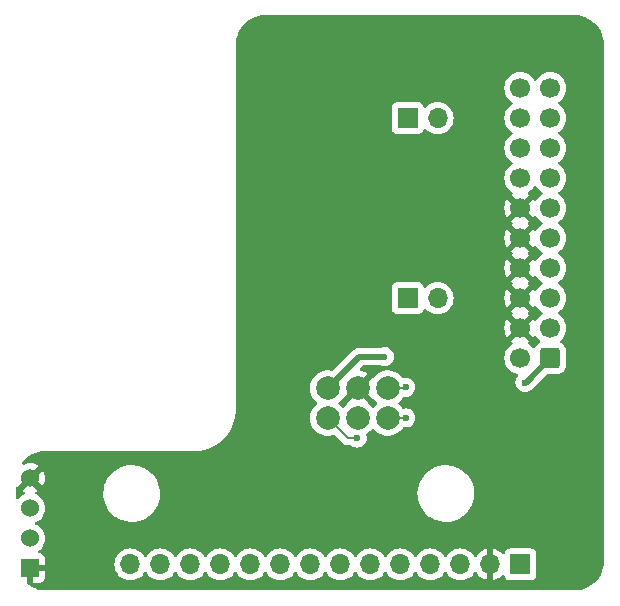
<source format=gbr>
%TF.GenerationSoftware,KiCad,Pcbnew,7.0.9*%
%TF.CreationDate,2023-12-08T14:14:16+01:00*%
%TF.ProjectId,E-paper adapter board,452d7061-7065-4722-9061-646170746572,rev?*%
%TF.SameCoordinates,Original*%
%TF.FileFunction,Copper,L2,Bot*%
%TF.FilePolarity,Positive*%
%FSLAX46Y46*%
G04 Gerber Fmt 4.6, Leading zero omitted, Abs format (unit mm)*
G04 Created by KiCad (PCBNEW 7.0.9) date 2023-12-08 14:14:16*
%MOMM*%
%LPD*%
G01*
G04 APERTURE LIST*
G04 Aperture macros list*
%AMRoundRect*
0 Rectangle with rounded corners*
0 $1 Rounding radius*
0 $2 $3 $4 $5 $6 $7 $8 $9 X,Y pos of 4 corners*
0 Add a 4 corners polygon primitive as box body*
4,1,4,$2,$3,$4,$5,$6,$7,$8,$9,$2,$3,0*
0 Add four circle primitives for the rounded corners*
1,1,$1+$1,$2,$3*
1,1,$1+$1,$4,$5*
1,1,$1+$1,$6,$7*
1,1,$1+$1,$8,$9*
0 Add four rect primitives between the rounded corners*
20,1,$1+$1,$2,$3,$4,$5,0*
20,1,$1+$1,$4,$5,$6,$7,0*
20,1,$1+$1,$6,$7,$8,$9,0*
20,1,$1+$1,$8,$9,$2,$3,0*%
G04 Aperture macros list end*
%TA.AperFunction,ComponentPad*%
%ADD10RoundRect,0.250000X0.600000X0.600000X-0.600000X0.600000X-0.600000X-0.600000X0.600000X-0.600000X0*%
%TD*%
%TA.AperFunction,ComponentPad*%
%ADD11C,1.700000*%
%TD*%
%TA.AperFunction,ComponentPad*%
%ADD12R,1.700000X1.700000*%
%TD*%
%TA.AperFunction,ComponentPad*%
%ADD13O,1.700000X1.700000*%
%TD*%
%TA.AperFunction,ComponentPad*%
%ADD14R,1.524000X1.524000*%
%TD*%
%TA.AperFunction,ComponentPad*%
%ADD15C,1.524000*%
%TD*%
%TA.AperFunction,SMDPad,CuDef*%
%ADD16C,2.000000*%
%TD*%
%TA.AperFunction,ViaPad*%
%ADD17C,0.600000*%
%TD*%
%TA.AperFunction,Conductor*%
%ADD18C,0.500000*%
%TD*%
%TA.AperFunction,Conductor*%
%ADD19C,0.200000*%
%TD*%
G04 APERTURE END LIST*
D10*
%TO.P,J3,1,Pin_1*%
%TO.N,+3V0*%
X158540000Y-129540000D03*
D11*
%TO.P,J3,2,Pin_2*%
%TO.N,unconnected-(J3-Pin_2-Pad2)*%
X156000000Y-129540000D03*
%TO.P,J3,3,Pin_3*%
%TO.N,unconnected-(J3-Pin_3-Pad3)*%
X158540000Y-127000000D03*
%TO.P,J3,4,Pin_4*%
%TO.N,GND*%
X156000000Y-127000000D03*
%TO.P,J3,5,Pin_5*%
%TO.N,/PG_UART_RXD*%
X158540000Y-124460000D03*
%TO.P,J3,6,Pin_6*%
%TO.N,GND*%
X156000000Y-124460000D03*
%TO.P,J3,7,Pin_7*%
%TO.N,/SWDIO*%
X158540000Y-121920000D03*
%TO.P,J3,8,Pin_8*%
%TO.N,GND*%
X156000000Y-121920000D03*
%TO.P,J3,9,Pin_9*%
%TO.N,/SWDCLK*%
X158540000Y-119380000D03*
%TO.P,J3,10,Pin_10*%
%TO.N,GND*%
X156000000Y-119380000D03*
%TO.P,J3,11,Pin_11*%
%TO.N,unconnected-(J3-Pin_11-Pad11)*%
X158540000Y-116840000D03*
%TO.P,J3,12,Pin_12*%
%TO.N,GND*%
X156000000Y-116840000D03*
%TO.P,J3,13,Pin_13*%
%TO.N,unconnected-(J3-Pin_13-Pad13)*%
X158540000Y-114300000D03*
%TO.P,J3,14,Pin_14*%
%TO.N,unconnected-(J3-Pin_14-Pad14)*%
X156000000Y-114300000D03*
%TO.P,J3,15,Pin_15*%
%TO.N,/NRST*%
X158540000Y-111760000D03*
%TO.P,J3,16,Pin_16*%
%TO.N,unconnected-(J3-Pin_16-Pad16)*%
X156000000Y-111760000D03*
%TO.P,J3,17,Pin_17*%
%TO.N,/PG_UART_TXD*%
X158540000Y-109220000D03*
%TO.P,J3,18,Pin_18*%
%TO.N,unconnected-(J3-Pin_18-Pad18)*%
X156000000Y-109220000D03*
%TO.P,J3,19,Pin_19*%
%TO.N,unconnected-(J3-Pin_19-Pad19)*%
X158540000Y-106680000D03*
%TO.P,J3,20,Pin_20*%
%TO.N,unconnected-(J3-Pin_20-Pad20)*%
X156000000Y-106680000D03*
%TD*%
D12*
%TO.P,JP1,1,A*%
%TO.N,/SERIAL_RX*%
X146460000Y-109220000D03*
D13*
%TO.P,JP1,2,B*%
%TO.N,/PG_UART_TXD*%
X149000000Y-109220000D03*
%TD*%
D14*
%TO.P,J4,1,GND*%
%TO.N,GND*%
X114500000Y-147320000D03*
D15*
%TO.P,J4,2,VIN*%
%TO.N,unconnected-(J4-VIN-Pad2)*%
X114500000Y-144780000D03*
%TO.P,J4,3,VOUT*%
%TO.N,+3V0*%
X114500000Y-142240000D03*
%TO.P,J4,4,GND*%
%TO.N,GND*%
X114500000Y-139700000D03*
%TD*%
D12*
%TO.P,J5,1,Pin_1*%
%TO.N,+3V0*%
X156010000Y-147000000D03*
D13*
%TO.P,J5,2,Pin_2*%
%TO.N,GND*%
X153470000Y-147000000D03*
%TO.P,J5,3,Pin_3*%
%TO.N,/SERIAL_RX*%
X150930000Y-147000000D03*
%TO.P,J5,4,Pin_4*%
%TO.N,/SERIAL_TX*%
X148390000Y-147000000D03*
%TO.P,J5,5,Pin_5*%
%TO.N,/PB5*%
X145850000Y-147000000D03*
%TO.P,J5,6,Pin_6*%
%TO.N,/PB6*%
X143310000Y-147000000D03*
%TO.P,J5,7,Pin_7*%
%TO.N,/PB7*%
X140770000Y-147000000D03*
%TO.P,J5,8,Pin_8*%
%TO.N,/PB8*%
X138230000Y-147000000D03*
%TO.P,J5,9,Pin_9*%
%TO.N,/~{CS}*%
X135690000Y-147000000D03*
%TO.P,J5,10,Pin_10*%
%TO.N,/MOSI*%
X133150000Y-147000000D03*
%TO.P,J5,11,Pin_11*%
%TO.N,/SCLK*%
X130610000Y-147000000D03*
%TO.P,J5,12,Pin_12*%
%TO.N,/BUSY*%
X128070000Y-147000000D03*
%TO.P,J5,13,Pin_13*%
%TO.N,/D{slash}~{C}*%
X125530000Y-147000000D03*
%TO.P,J5,14,Pin_14*%
%TO.N,/~{RES}*%
X122990000Y-147000000D03*
%TD*%
D12*
%TO.P,JP2,1,A*%
%TO.N,/SERIAL_TX*%
X146460000Y-124460000D03*
D13*
%TO.P,JP2,2,B*%
%TO.N,/PG_UART_RXD*%
X149000000Y-124460000D03*
%TD*%
D16*
%TO.P,J2,1,Pin_1*%
%TO.N,+3V0*%
X139700000Y-132080000D03*
%TO.P,J2,2,Pin_2*%
%TO.N,GND*%
X142240000Y-132080000D03*
%TO.P,J2,3,Pin_3*%
%TO.N,/SWDCLK*%
X144780000Y-132080000D03*
%TO.P,J2,4,Pin_4*%
%TO.N,/SWDIO*%
X144780000Y-134620000D03*
%TO.P,J2,5,Pin_5*%
%TO.N,unconnected-(J2-Pin_5-Pad5)*%
X142240000Y-134620000D03*
%TO.P,J2,6,Pin_6*%
%TO.N,/NRST*%
X139700000Y-134620000D03*
%TD*%
D17*
%TO.N,+3V0*%
X156400000Y-131600000D03*
X144500000Y-129400000D03*
%TO.N,GND*%
X142386520Y-107124832D03*
X142600000Y-105123498D03*
%TO.N,/SWDCLK*%
X146300000Y-132000000D03*
%TO.N,/SWDIO*%
X146300000Y-134600000D03*
%TO.N,/NRST*%
X142200000Y-136300000D03*
%TD*%
D18*
%TO.N,+3V0*%
X156480000Y-131600000D02*
X158540000Y-129540000D01*
X139700000Y-132080000D02*
X142380000Y-129400000D01*
X142380000Y-129400000D02*
X144500000Y-129400000D01*
X156400000Y-131600000D02*
X156480000Y-131600000D01*
%TO.N,GND*%
X114300000Y-147320000D02*
X114300000Y-147500000D01*
D19*
%TO.N,/SWDCLK*%
X144780000Y-132080000D02*
X146220000Y-132080000D01*
X146220000Y-132080000D02*
X146300000Y-132000000D01*
%TO.N,/SWDIO*%
X144780000Y-134620000D02*
X146280000Y-134620000D01*
X146280000Y-134620000D02*
X146300000Y-134600000D01*
%TO.N,/NRST*%
X141380000Y-136300000D02*
X142200000Y-136300000D01*
X139700000Y-134620000D02*
X141380000Y-136300000D01*
%TD*%
%TA.AperFunction,Conductor*%
%TO.N,GND*%
G36*
X157114925Y-127761373D02*
G01*
X157168119Y-127685405D01*
X157222696Y-127641781D01*
X157292195Y-127634588D01*
X157354549Y-127666110D01*
X157371269Y-127685405D01*
X157501505Y-127871401D01*
X157668599Y-128038495D01*
X157668604Y-128038499D01*
X157669968Y-128039643D01*
X157670407Y-128040303D01*
X157672427Y-128042323D01*
X157672021Y-128042728D01*
X157708669Y-128097815D01*
X157709776Y-128167676D01*
X157672937Y-128227046D01*
X157629267Y-128252336D01*
X157620669Y-128255184D01*
X157620663Y-128255187D01*
X157471342Y-128347289D01*
X157347289Y-128471342D01*
X157255187Y-128620663D01*
X157255183Y-128620673D01*
X157252335Y-128629268D01*
X157212560Y-128686711D01*
X157148044Y-128713531D01*
X157079268Y-128701214D01*
X157042517Y-128672233D01*
X157042324Y-128672427D01*
X157040682Y-128670785D01*
X157039642Y-128669965D01*
X157038494Y-128668597D01*
X156871402Y-128501506D01*
X156871401Y-128501505D01*
X156685405Y-128371269D01*
X156641781Y-128316692D01*
X156634588Y-128247193D01*
X156666110Y-128184839D01*
X156685405Y-128168119D01*
X156761373Y-128114925D01*
X156132533Y-127486086D01*
X156142315Y-127484680D01*
X156273100Y-127424952D01*
X156381761Y-127330798D01*
X156459493Y-127209844D01*
X156483076Y-127129524D01*
X157114925Y-127761373D01*
G37*
%TD.AperFunction*%
%TA.AperFunction,Conductor*%
G36*
X157114925Y-125221373D02*
G01*
X157168119Y-125145405D01*
X157222696Y-125101781D01*
X157292195Y-125094588D01*
X157354549Y-125126110D01*
X157371269Y-125145405D01*
X157501505Y-125331401D01*
X157501506Y-125331402D01*
X157668597Y-125498493D01*
X157668603Y-125498498D01*
X157854158Y-125628425D01*
X157897783Y-125683002D01*
X157904977Y-125752500D01*
X157873454Y-125814855D01*
X157854158Y-125831575D01*
X157668597Y-125961505D01*
X157501505Y-126128597D01*
X157371269Y-126314595D01*
X157316692Y-126358220D01*
X157247194Y-126365414D01*
X157184839Y-126333891D01*
X157168119Y-126314595D01*
X157114925Y-126238626D01*
X157114925Y-126238625D01*
X156483076Y-126870475D01*
X156459493Y-126790156D01*
X156381761Y-126669202D01*
X156273100Y-126575048D01*
X156142315Y-126515320D01*
X156132533Y-126513913D01*
X156761373Y-125885073D01*
X156684969Y-125831576D01*
X156641344Y-125776999D01*
X156634150Y-125707501D01*
X156665672Y-125645146D01*
X156684968Y-125628425D01*
X156761373Y-125574925D01*
X156132533Y-124946086D01*
X156142315Y-124944680D01*
X156273100Y-124884952D01*
X156381761Y-124790798D01*
X156459493Y-124669844D01*
X156483076Y-124589524D01*
X157114925Y-125221373D01*
G37*
%TD.AperFunction*%
%TA.AperFunction,Conductor*%
G36*
X157114925Y-122681373D02*
G01*
X157168119Y-122605405D01*
X157222696Y-122561781D01*
X157292195Y-122554588D01*
X157354549Y-122586110D01*
X157371269Y-122605405D01*
X157501505Y-122791401D01*
X157501506Y-122791402D01*
X157668597Y-122958493D01*
X157668603Y-122958498D01*
X157854158Y-123088425D01*
X157897783Y-123143002D01*
X157904977Y-123212500D01*
X157873454Y-123274855D01*
X157854158Y-123291575D01*
X157668597Y-123421505D01*
X157501505Y-123588597D01*
X157371269Y-123774595D01*
X157316692Y-123818220D01*
X157247194Y-123825414D01*
X157184839Y-123793891D01*
X157168119Y-123774595D01*
X157114925Y-123698626D01*
X157114925Y-123698625D01*
X156483076Y-124330475D01*
X156459493Y-124250156D01*
X156381761Y-124129202D01*
X156273100Y-124035048D01*
X156142315Y-123975320D01*
X156132533Y-123973913D01*
X156761373Y-123345073D01*
X156684969Y-123291576D01*
X156641344Y-123236999D01*
X156634150Y-123167501D01*
X156665672Y-123105146D01*
X156684968Y-123088425D01*
X156761373Y-123034925D01*
X156132533Y-122406086D01*
X156142315Y-122404680D01*
X156273100Y-122344952D01*
X156381761Y-122250798D01*
X156459493Y-122129844D01*
X156483076Y-122049524D01*
X157114925Y-122681373D01*
G37*
%TD.AperFunction*%
%TA.AperFunction,Conductor*%
G36*
X157114925Y-120141373D02*
G01*
X157168119Y-120065405D01*
X157222696Y-120021781D01*
X157292195Y-120014588D01*
X157354549Y-120046110D01*
X157371269Y-120065405D01*
X157501505Y-120251401D01*
X157501506Y-120251402D01*
X157668597Y-120418493D01*
X157668603Y-120418498D01*
X157854158Y-120548425D01*
X157897783Y-120603002D01*
X157904977Y-120672500D01*
X157873454Y-120734855D01*
X157854158Y-120751575D01*
X157668597Y-120881505D01*
X157501505Y-121048597D01*
X157371269Y-121234595D01*
X157316692Y-121278220D01*
X157247194Y-121285414D01*
X157184839Y-121253891D01*
X157168119Y-121234595D01*
X157114925Y-121158626D01*
X157114925Y-121158625D01*
X156483076Y-121790475D01*
X156459493Y-121710156D01*
X156381761Y-121589202D01*
X156273100Y-121495048D01*
X156142315Y-121435320D01*
X156132533Y-121433913D01*
X156761373Y-120805073D01*
X156684969Y-120751576D01*
X156641344Y-120696999D01*
X156634150Y-120627501D01*
X156665672Y-120565146D01*
X156684968Y-120548425D01*
X156761373Y-120494925D01*
X156132533Y-119866086D01*
X156142315Y-119864680D01*
X156273100Y-119804952D01*
X156381761Y-119710798D01*
X156459493Y-119589844D01*
X156483076Y-119509524D01*
X157114925Y-120141373D01*
G37*
%TD.AperFunction*%
%TA.AperFunction,Conductor*%
G36*
X157114925Y-117601373D02*
G01*
X157168119Y-117525405D01*
X157222696Y-117481781D01*
X157292195Y-117474588D01*
X157354549Y-117506110D01*
X157371269Y-117525405D01*
X157501505Y-117711401D01*
X157501506Y-117711402D01*
X157668597Y-117878493D01*
X157668603Y-117878498D01*
X157854158Y-118008425D01*
X157897783Y-118063002D01*
X157904977Y-118132500D01*
X157873454Y-118194855D01*
X157854158Y-118211575D01*
X157668597Y-118341505D01*
X157501505Y-118508597D01*
X157371269Y-118694595D01*
X157316692Y-118738220D01*
X157247194Y-118745414D01*
X157184839Y-118713891D01*
X157168119Y-118694595D01*
X157114925Y-118618626D01*
X157114925Y-118618625D01*
X156483076Y-119250475D01*
X156459493Y-119170156D01*
X156381761Y-119049202D01*
X156273100Y-118955048D01*
X156142315Y-118895320D01*
X156132533Y-118893913D01*
X156761373Y-118265073D01*
X156684969Y-118211576D01*
X156641344Y-118156999D01*
X156634150Y-118087501D01*
X156665672Y-118025146D01*
X156684968Y-118008425D01*
X156761373Y-117954925D01*
X156132533Y-117326086D01*
X156142315Y-117324680D01*
X156273100Y-117264952D01*
X156381761Y-117170798D01*
X156459493Y-117049844D01*
X156483076Y-116969524D01*
X157114925Y-117601373D01*
G37*
%TD.AperFunction*%
%TA.AperFunction,Conductor*%
G36*
X157354855Y-114966546D02*
G01*
X157371575Y-114985842D01*
X157501501Y-115171396D01*
X157501506Y-115171402D01*
X157668597Y-115338493D01*
X157668603Y-115338498D01*
X157854158Y-115468425D01*
X157897783Y-115523002D01*
X157904977Y-115592500D01*
X157873454Y-115654855D01*
X157854158Y-115671575D01*
X157668597Y-115801505D01*
X157501505Y-115968597D01*
X157371269Y-116154595D01*
X157316692Y-116198220D01*
X157247194Y-116205414D01*
X157184839Y-116173891D01*
X157168119Y-116154595D01*
X157114925Y-116078626D01*
X157114925Y-116078625D01*
X156483076Y-116710475D01*
X156459493Y-116630156D01*
X156381761Y-116509202D01*
X156273100Y-116415048D01*
X156142315Y-116355320D01*
X156132533Y-116353913D01*
X156761373Y-115725073D01*
X156761373Y-115725072D01*
X156685405Y-115671880D01*
X156641780Y-115617304D01*
X156634586Y-115547805D01*
X156666108Y-115485451D01*
X156685399Y-115468734D01*
X156871401Y-115338495D01*
X157038495Y-115171401D01*
X157168425Y-114985842D01*
X157223002Y-114942217D01*
X157292500Y-114935023D01*
X157354855Y-114966546D01*
G37*
%TD.AperFunction*%
%TA.AperFunction,Conductor*%
G36*
X160601866Y-100500613D02*
G01*
X160681342Y-100505420D01*
X160897539Y-100518497D01*
X160904973Y-100519401D01*
X161194483Y-100572456D01*
X161201753Y-100574247D01*
X161482764Y-100661814D01*
X161489751Y-100664465D01*
X161643864Y-100733825D01*
X161758158Y-100785265D01*
X161764788Y-100788745D01*
X162016665Y-100941010D01*
X162022821Y-100945257D01*
X162254523Y-101126784D01*
X162260123Y-101131745D01*
X162468253Y-101339875D01*
X162473214Y-101345475D01*
X162654739Y-101577175D01*
X162658989Y-101583334D01*
X162811254Y-101835211D01*
X162814737Y-101841846D01*
X162935534Y-102110248D01*
X162938188Y-102117244D01*
X162947904Y-102148422D01*
X163025750Y-102398240D01*
X163027543Y-102405516D01*
X163080598Y-102695026D01*
X163081502Y-102702465D01*
X163099387Y-102998132D01*
X163099500Y-103001877D01*
X163099500Y-146698122D01*
X163099387Y-146701867D01*
X163081502Y-146997534D01*
X163080598Y-147004973D01*
X163027543Y-147294483D01*
X163025750Y-147301759D01*
X162938192Y-147582745D01*
X162935534Y-147589751D01*
X162814737Y-147858153D01*
X162811254Y-147864788D01*
X162658989Y-148116665D01*
X162654733Y-148122832D01*
X162649240Y-148129844D01*
X162473215Y-148354523D01*
X162468246Y-148360132D01*
X162260132Y-148568246D01*
X162254523Y-148573215D01*
X162022833Y-148754733D01*
X162016665Y-148758989D01*
X161764788Y-148911254D01*
X161758153Y-148914737D01*
X161489751Y-149035534D01*
X161482749Y-149038190D01*
X161389363Y-149067290D01*
X161201759Y-149125750D01*
X161194483Y-149127543D01*
X160904973Y-149180598D01*
X160897534Y-149181502D01*
X160601867Y-149199387D01*
X160598122Y-149199500D01*
X115801878Y-149199500D01*
X115798133Y-149199387D01*
X115502465Y-149181502D01*
X115495026Y-149180598D01*
X115205516Y-149127543D01*
X115198240Y-149125750D01*
X115104858Y-149096651D01*
X114917244Y-149038188D01*
X114910248Y-149035534D01*
X114641846Y-148914737D01*
X114635211Y-148911254D01*
X114383334Y-148758989D01*
X114377166Y-148754732D01*
X114297527Y-148692339D01*
X114256894Y-148635499D01*
X114250000Y-148594728D01*
X114250000Y-147608220D01*
X114316157Y-147659713D01*
X114436422Y-147701000D01*
X114531569Y-147701000D01*
X114625421Y-147685339D01*
X114737251Y-147624820D01*
X114750000Y-147610970D01*
X114750000Y-148582000D01*
X115309828Y-148582000D01*
X115309844Y-148581999D01*
X115369372Y-148575598D01*
X115369379Y-148575596D01*
X115504086Y-148525354D01*
X115504093Y-148525350D01*
X115619187Y-148439190D01*
X115619190Y-148439187D01*
X115705350Y-148324093D01*
X115705354Y-148324086D01*
X115755596Y-148189379D01*
X115755598Y-148189372D01*
X115761999Y-148129844D01*
X115762000Y-148129827D01*
X115762000Y-147570000D01*
X114787717Y-147570000D01*
X114823371Y-147531269D01*
X114874448Y-147414823D01*
X114884949Y-147288102D01*
X114853734Y-147164838D01*
X114791773Y-147070000D01*
X115762000Y-147070000D01*
X115762000Y-147000000D01*
X121634341Y-147000000D01*
X121654936Y-147235403D01*
X121654938Y-147235413D01*
X121716094Y-147463655D01*
X121716096Y-147463659D01*
X121716097Y-147463663D01*
X121796004Y-147635023D01*
X121815965Y-147677830D01*
X121815967Y-147677834D01*
X121924281Y-147832521D01*
X121951505Y-147871401D01*
X122118599Y-148038495D01*
X122215384Y-148106265D01*
X122312165Y-148174032D01*
X122312167Y-148174033D01*
X122312170Y-148174035D01*
X122526337Y-148273903D01*
X122754592Y-148335063D01*
X122931034Y-148350500D01*
X122989999Y-148355659D01*
X122990000Y-148355659D01*
X122990001Y-148355659D01*
X123048966Y-148350500D01*
X123225408Y-148335063D01*
X123453663Y-148273903D01*
X123667830Y-148174035D01*
X123861401Y-148038495D01*
X124028495Y-147871401D01*
X124158425Y-147685842D01*
X124213002Y-147642217D01*
X124282500Y-147635023D01*
X124344855Y-147666546D01*
X124361575Y-147685842D01*
X124491500Y-147871395D01*
X124491505Y-147871401D01*
X124658599Y-148038495D01*
X124755384Y-148106265D01*
X124852165Y-148174032D01*
X124852167Y-148174033D01*
X124852170Y-148174035D01*
X125066337Y-148273903D01*
X125294592Y-148335063D01*
X125471034Y-148350500D01*
X125529999Y-148355659D01*
X125530000Y-148355659D01*
X125530001Y-148355659D01*
X125588966Y-148350500D01*
X125765408Y-148335063D01*
X125993663Y-148273903D01*
X126207830Y-148174035D01*
X126401401Y-148038495D01*
X126568495Y-147871401D01*
X126698425Y-147685842D01*
X126753002Y-147642217D01*
X126822500Y-147635023D01*
X126884855Y-147666546D01*
X126901575Y-147685842D01*
X127031500Y-147871395D01*
X127031505Y-147871401D01*
X127198599Y-148038495D01*
X127295384Y-148106265D01*
X127392165Y-148174032D01*
X127392167Y-148174033D01*
X127392170Y-148174035D01*
X127606337Y-148273903D01*
X127834592Y-148335063D01*
X128011034Y-148350500D01*
X128069999Y-148355659D01*
X128070000Y-148355659D01*
X128070001Y-148355659D01*
X128128966Y-148350500D01*
X128305408Y-148335063D01*
X128533663Y-148273903D01*
X128747830Y-148174035D01*
X128941401Y-148038495D01*
X129108495Y-147871401D01*
X129238425Y-147685842D01*
X129293002Y-147642217D01*
X129362500Y-147635023D01*
X129424855Y-147666546D01*
X129441575Y-147685842D01*
X129571500Y-147871395D01*
X129571505Y-147871401D01*
X129738599Y-148038495D01*
X129835384Y-148106265D01*
X129932165Y-148174032D01*
X129932167Y-148174033D01*
X129932170Y-148174035D01*
X130146337Y-148273903D01*
X130374592Y-148335063D01*
X130551034Y-148350500D01*
X130609999Y-148355659D01*
X130610000Y-148355659D01*
X130610001Y-148355659D01*
X130668966Y-148350500D01*
X130845408Y-148335063D01*
X131073663Y-148273903D01*
X131287830Y-148174035D01*
X131481401Y-148038495D01*
X131648495Y-147871401D01*
X131778425Y-147685842D01*
X131833002Y-147642217D01*
X131902500Y-147635023D01*
X131964855Y-147666546D01*
X131981575Y-147685842D01*
X132111500Y-147871395D01*
X132111505Y-147871401D01*
X132278599Y-148038495D01*
X132375384Y-148106265D01*
X132472165Y-148174032D01*
X132472167Y-148174033D01*
X132472170Y-148174035D01*
X132686337Y-148273903D01*
X132914592Y-148335063D01*
X133091034Y-148350500D01*
X133149999Y-148355659D01*
X133150000Y-148355659D01*
X133150001Y-148355659D01*
X133208966Y-148350500D01*
X133385408Y-148335063D01*
X133613663Y-148273903D01*
X133827830Y-148174035D01*
X134021401Y-148038495D01*
X134188495Y-147871401D01*
X134318425Y-147685842D01*
X134373002Y-147642217D01*
X134442500Y-147635023D01*
X134504855Y-147666546D01*
X134521575Y-147685842D01*
X134651500Y-147871395D01*
X134651505Y-147871401D01*
X134818599Y-148038495D01*
X134915384Y-148106265D01*
X135012165Y-148174032D01*
X135012167Y-148174033D01*
X135012170Y-148174035D01*
X135226337Y-148273903D01*
X135454592Y-148335063D01*
X135631034Y-148350500D01*
X135689999Y-148355659D01*
X135690000Y-148355659D01*
X135690001Y-148355659D01*
X135748966Y-148350500D01*
X135925408Y-148335063D01*
X136153663Y-148273903D01*
X136367830Y-148174035D01*
X136561401Y-148038495D01*
X136728495Y-147871401D01*
X136858425Y-147685842D01*
X136913002Y-147642217D01*
X136982500Y-147635023D01*
X137044855Y-147666546D01*
X137061575Y-147685842D01*
X137191500Y-147871395D01*
X137191505Y-147871401D01*
X137358599Y-148038495D01*
X137455384Y-148106265D01*
X137552165Y-148174032D01*
X137552167Y-148174033D01*
X137552170Y-148174035D01*
X137766337Y-148273903D01*
X137994592Y-148335063D01*
X138171034Y-148350500D01*
X138229999Y-148355659D01*
X138230000Y-148355659D01*
X138230001Y-148355659D01*
X138288966Y-148350500D01*
X138465408Y-148335063D01*
X138693663Y-148273903D01*
X138907830Y-148174035D01*
X139101401Y-148038495D01*
X139268495Y-147871401D01*
X139398425Y-147685842D01*
X139453002Y-147642217D01*
X139522500Y-147635023D01*
X139584855Y-147666546D01*
X139601575Y-147685842D01*
X139731500Y-147871395D01*
X139731505Y-147871401D01*
X139898599Y-148038495D01*
X139995384Y-148106265D01*
X140092165Y-148174032D01*
X140092167Y-148174033D01*
X140092170Y-148174035D01*
X140306337Y-148273903D01*
X140534592Y-148335063D01*
X140711034Y-148350500D01*
X140769999Y-148355659D01*
X140770000Y-148355659D01*
X140770001Y-148355659D01*
X140828966Y-148350500D01*
X141005408Y-148335063D01*
X141233663Y-148273903D01*
X141447830Y-148174035D01*
X141641401Y-148038495D01*
X141808495Y-147871401D01*
X141938425Y-147685842D01*
X141993002Y-147642217D01*
X142062500Y-147635023D01*
X142124855Y-147666546D01*
X142141575Y-147685842D01*
X142271500Y-147871395D01*
X142271505Y-147871401D01*
X142438599Y-148038495D01*
X142535384Y-148106265D01*
X142632165Y-148174032D01*
X142632167Y-148174033D01*
X142632170Y-148174035D01*
X142846337Y-148273903D01*
X143074592Y-148335063D01*
X143251034Y-148350500D01*
X143309999Y-148355659D01*
X143310000Y-148355659D01*
X143310001Y-148355659D01*
X143368966Y-148350500D01*
X143545408Y-148335063D01*
X143773663Y-148273903D01*
X143987830Y-148174035D01*
X144181401Y-148038495D01*
X144348495Y-147871401D01*
X144478425Y-147685842D01*
X144533002Y-147642217D01*
X144602500Y-147635023D01*
X144664855Y-147666546D01*
X144681575Y-147685842D01*
X144811500Y-147871395D01*
X144811505Y-147871401D01*
X144978599Y-148038495D01*
X145075384Y-148106265D01*
X145172165Y-148174032D01*
X145172167Y-148174033D01*
X145172170Y-148174035D01*
X145386337Y-148273903D01*
X145614592Y-148335063D01*
X145791034Y-148350500D01*
X145849999Y-148355659D01*
X145850000Y-148355659D01*
X145850001Y-148355659D01*
X145908966Y-148350500D01*
X146085408Y-148335063D01*
X146313663Y-148273903D01*
X146527830Y-148174035D01*
X146721401Y-148038495D01*
X146888495Y-147871401D01*
X147018425Y-147685842D01*
X147073002Y-147642217D01*
X147142500Y-147635023D01*
X147204855Y-147666546D01*
X147221575Y-147685842D01*
X147351500Y-147871395D01*
X147351505Y-147871401D01*
X147518599Y-148038495D01*
X147615384Y-148106265D01*
X147712165Y-148174032D01*
X147712167Y-148174033D01*
X147712170Y-148174035D01*
X147926337Y-148273903D01*
X148154592Y-148335063D01*
X148331034Y-148350500D01*
X148389999Y-148355659D01*
X148390000Y-148355659D01*
X148390001Y-148355659D01*
X148448966Y-148350500D01*
X148625408Y-148335063D01*
X148853663Y-148273903D01*
X149067830Y-148174035D01*
X149261401Y-148038495D01*
X149428495Y-147871401D01*
X149558425Y-147685842D01*
X149613002Y-147642217D01*
X149682500Y-147635023D01*
X149744855Y-147666546D01*
X149761575Y-147685842D01*
X149891500Y-147871395D01*
X149891505Y-147871401D01*
X150058599Y-148038495D01*
X150155384Y-148106265D01*
X150252165Y-148174032D01*
X150252167Y-148174033D01*
X150252170Y-148174035D01*
X150466337Y-148273903D01*
X150694592Y-148335063D01*
X150871034Y-148350500D01*
X150929999Y-148355659D01*
X150930000Y-148355659D01*
X150930001Y-148355659D01*
X150988966Y-148350500D01*
X151165408Y-148335063D01*
X151393663Y-148273903D01*
X151607830Y-148174035D01*
X151801401Y-148038495D01*
X151968495Y-147871401D01*
X152098730Y-147685405D01*
X152153307Y-147641781D01*
X152222805Y-147634587D01*
X152285160Y-147666110D01*
X152301879Y-147685405D01*
X152431890Y-147871078D01*
X152598917Y-148038105D01*
X152792421Y-148173600D01*
X153006507Y-148273429D01*
X153006516Y-148273433D01*
X153220000Y-148330634D01*
X153220000Y-147435501D01*
X153327685Y-147484680D01*
X153434237Y-147500000D01*
X153505763Y-147500000D01*
X153612315Y-147484680D01*
X153720000Y-147435501D01*
X153720000Y-148330633D01*
X153933483Y-148273433D01*
X153933492Y-148273429D01*
X154147578Y-148173600D01*
X154341078Y-148038108D01*
X154463133Y-147916053D01*
X154524456Y-147882568D01*
X154594148Y-147887552D01*
X154650082Y-147929423D01*
X154666997Y-147960401D01*
X154716202Y-148092328D01*
X154716206Y-148092335D01*
X154802452Y-148207544D01*
X154802455Y-148207547D01*
X154917664Y-148293793D01*
X154917671Y-148293797D01*
X155052517Y-148344091D01*
X155052516Y-148344091D01*
X155059444Y-148344835D01*
X155112127Y-148350500D01*
X156907872Y-148350499D01*
X156967483Y-148344091D01*
X157102331Y-148293796D01*
X157217546Y-148207546D01*
X157303796Y-148092331D01*
X157354091Y-147957483D01*
X157360500Y-147897873D01*
X157360499Y-146102128D01*
X157354091Y-146042517D01*
X157353002Y-146039598D01*
X157303797Y-145907671D01*
X157303793Y-145907664D01*
X157217547Y-145792455D01*
X157217544Y-145792452D01*
X157102335Y-145706206D01*
X157102328Y-145706202D01*
X156967482Y-145655908D01*
X156967483Y-145655908D01*
X156907883Y-145649501D01*
X156907881Y-145649500D01*
X156907873Y-145649500D01*
X156907864Y-145649500D01*
X155112129Y-145649500D01*
X155112123Y-145649501D01*
X155052516Y-145655908D01*
X154917671Y-145706202D01*
X154917664Y-145706206D01*
X154802455Y-145792452D01*
X154802452Y-145792455D01*
X154716206Y-145907664D01*
X154716202Y-145907671D01*
X154666997Y-146039598D01*
X154625126Y-146095532D01*
X154559661Y-146119949D01*
X154491388Y-146105097D01*
X154463134Y-146083946D01*
X154341082Y-145961894D01*
X154147578Y-145826399D01*
X153933492Y-145726570D01*
X153933486Y-145726567D01*
X153720000Y-145669364D01*
X153720000Y-146564498D01*
X153612315Y-146515320D01*
X153505763Y-146500000D01*
X153434237Y-146500000D01*
X153327685Y-146515320D01*
X153220000Y-146564498D01*
X153220000Y-145669364D01*
X153219999Y-145669364D01*
X153006513Y-145726567D01*
X153006507Y-145726570D01*
X152792422Y-145826399D01*
X152792420Y-145826400D01*
X152598926Y-145961886D01*
X152598920Y-145961891D01*
X152431891Y-146128920D01*
X152431890Y-146128922D01*
X152301880Y-146314595D01*
X152247303Y-146358219D01*
X152177804Y-146365412D01*
X152115450Y-146333890D01*
X152098730Y-146314594D01*
X151968494Y-146128597D01*
X151801402Y-145961506D01*
X151801395Y-145961501D01*
X151607834Y-145825967D01*
X151607830Y-145825965D01*
X151607828Y-145825964D01*
X151393663Y-145726097D01*
X151393659Y-145726096D01*
X151393655Y-145726094D01*
X151165413Y-145664938D01*
X151165403Y-145664936D01*
X150930001Y-145644341D01*
X150929999Y-145644341D01*
X150694596Y-145664936D01*
X150694586Y-145664938D01*
X150466344Y-145726094D01*
X150466335Y-145726098D01*
X150252171Y-145825964D01*
X150252169Y-145825965D01*
X150058597Y-145961505D01*
X149891505Y-146128597D01*
X149761575Y-146314158D01*
X149706998Y-146357783D01*
X149637500Y-146364977D01*
X149575145Y-146333454D01*
X149558425Y-146314158D01*
X149428494Y-146128597D01*
X149261402Y-145961506D01*
X149261395Y-145961501D01*
X149067834Y-145825967D01*
X149067830Y-145825965D01*
X149067828Y-145825964D01*
X148853663Y-145726097D01*
X148853659Y-145726096D01*
X148853655Y-145726094D01*
X148625413Y-145664938D01*
X148625403Y-145664936D01*
X148390001Y-145644341D01*
X148389999Y-145644341D01*
X148154596Y-145664936D01*
X148154586Y-145664938D01*
X147926344Y-145726094D01*
X147926335Y-145726098D01*
X147712171Y-145825964D01*
X147712169Y-145825965D01*
X147518597Y-145961505D01*
X147351505Y-146128597D01*
X147221575Y-146314158D01*
X147166998Y-146357783D01*
X147097500Y-146364977D01*
X147035145Y-146333454D01*
X147018425Y-146314158D01*
X146888494Y-146128597D01*
X146721402Y-145961506D01*
X146721395Y-145961501D01*
X146527834Y-145825967D01*
X146527830Y-145825965D01*
X146527828Y-145825964D01*
X146313663Y-145726097D01*
X146313659Y-145726096D01*
X146313655Y-145726094D01*
X146085413Y-145664938D01*
X146085403Y-145664936D01*
X145850001Y-145644341D01*
X145849999Y-145644341D01*
X145614596Y-145664936D01*
X145614586Y-145664938D01*
X145386344Y-145726094D01*
X145386335Y-145726098D01*
X145172171Y-145825964D01*
X145172169Y-145825965D01*
X144978597Y-145961505D01*
X144811505Y-146128597D01*
X144681575Y-146314158D01*
X144626998Y-146357783D01*
X144557500Y-146364977D01*
X144495145Y-146333454D01*
X144478425Y-146314158D01*
X144348494Y-146128597D01*
X144181402Y-145961506D01*
X144181395Y-145961501D01*
X143987834Y-145825967D01*
X143987830Y-145825965D01*
X143987828Y-145825964D01*
X143773663Y-145726097D01*
X143773659Y-145726096D01*
X143773655Y-145726094D01*
X143545413Y-145664938D01*
X143545403Y-145664936D01*
X143310001Y-145644341D01*
X143309999Y-145644341D01*
X143074596Y-145664936D01*
X143074586Y-145664938D01*
X142846344Y-145726094D01*
X142846335Y-145726098D01*
X142632171Y-145825964D01*
X142632169Y-145825965D01*
X142438597Y-145961505D01*
X142271505Y-146128597D01*
X142141575Y-146314158D01*
X142086998Y-146357783D01*
X142017500Y-146364977D01*
X141955145Y-146333454D01*
X141938425Y-146314158D01*
X141808494Y-146128597D01*
X141641402Y-145961506D01*
X141641395Y-145961501D01*
X141447834Y-145825967D01*
X141447830Y-145825965D01*
X141447828Y-145825964D01*
X141233663Y-145726097D01*
X141233659Y-145726096D01*
X141233655Y-145726094D01*
X141005413Y-145664938D01*
X141005403Y-145664936D01*
X140770001Y-145644341D01*
X140769999Y-145644341D01*
X140534596Y-145664936D01*
X140534586Y-145664938D01*
X140306344Y-145726094D01*
X140306335Y-145726098D01*
X140092171Y-145825964D01*
X140092169Y-145825965D01*
X139898597Y-145961505D01*
X139731505Y-146128597D01*
X139601575Y-146314158D01*
X139546998Y-146357783D01*
X139477500Y-146364977D01*
X139415145Y-146333454D01*
X139398425Y-146314158D01*
X139268494Y-146128597D01*
X139101402Y-145961506D01*
X139101395Y-145961501D01*
X138907834Y-145825967D01*
X138907830Y-145825965D01*
X138907828Y-145825964D01*
X138693663Y-145726097D01*
X138693659Y-145726096D01*
X138693655Y-145726094D01*
X138465413Y-145664938D01*
X138465403Y-145664936D01*
X138230001Y-145644341D01*
X138229999Y-145644341D01*
X137994596Y-145664936D01*
X137994586Y-145664938D01*
X137766344Y-145726094D01*
X137766335Y-145726098D01*
X137552171Y-145825964D01*
X137552169Y-145825965D01*
X137358597Y-145961505D01*
X137191505Y-146128597D01*
X137061575Y-146314158D01*
X137006998Y-146357783D01*
X136937500Y-146364977D01*
X136875145Y-146333454D01*
X136858425Y-146314158D01*
X136728494Y-146128597D01*
X136561402Y-145961506D01*
X136561395Y-145961501D01*
X136367834Y-145825967D01*
X136367830Y-145825965D01*
X136367828Y-145825964D01*
X136153663Y-145726097D01*
X136153659Y-145726096D01*
X136153655Y-145726094D01*
X135925413Y-145664938D01*
X135925403Y-145664936D01*
X135690001Y-145644341D01*
X135689999Y-145644341D01*
X135454596Y-145664936D01*
X135454586Y-145664938D01*
X135226344Y-145726094D01*
X135226335Y-145726098D01*
X135012171Y-145825964D01*
X135012169Y-145825965D01*
X134818597Y-145961505D01*
X134651505Y-146128597D01*
X134521575Y-146314158D01*
X134466998Y-146357783D01*
X134397500Y-146364977D01*
X134335145Y-146333454D01*
X134318425Y-146314158D01*
X134188494Y-146128597D01*
X134021402Y-145961506D01*
X134021395Y-145961501D01*
X133827834Y-145825967D01*
X133827830Y-145825965D01*
X133827828Y-145825964D01*
X133613663Y-145726097D01*
X133613659Y-145726096D01*
X133613655Y-145726094D01*
X133385413Y-145664938D01*
X133385403Y-145664936D01*
X133150001Y-145644341D01*
X133149999Y-145644341D01*
X132914596Y-145664936D01*
X132914586Y-145664938D01*
X132686344Y-145726094D01*
X132686335Y-145726098D01*
X132472171Y-145825964D01*
X132472169Y-145825965D01*
X132278597Y-145961505D01*
X132111505Y-146128597D01*
X131981575Y-146314158D01*
X131926998Y-146357783D01*
X131857500Y-146364977D01*
X131795145Y-146333454D01*
X131778425Y-146314158D01*
X131648494Y-146128597D01*
X131481402Y-145961506D01*
X131481395Y-145961501D01*
X131287834Y-145825967D01*
X131287830Y-145825965D01*
X131287828Y-145825964D01*
X131073663Y-145726097D01*
X131073659Y-145726096D01*
X131073655Y-145726094D01*
X130845413Y-145664938D01*
X130845403Y-145664936D01*
X130610001Y-145644341D01*
X130609999Y-145644341D01*
X130374596Y-145664936D01*
X130374586Y-145664938D01*
X130146344Y-145726094D01*
X130146335Y-145726098D01*
X129932171Y-145825964D01*
X129932169Y-145825965D01*
X129738597Y-145961505D01*
X129571505Y-146128597D01*
X129441575Y-146314158D01*
X129386998Y-146357783D01*
X129317500Y-146364977D01*
X129255145Y-146333454D01*
X129238425Y-146314158D01*
X129108494Y-146128597D01*
X128941402Y-145961506D01*
X128941395Y-145961501D01*
X128747834Y-145825967D01*
X128747830Y-145825965D01*
X128747828Y-145825964D01*
X128533663Y-145726097D01*
X128533659Y-145726096D01*
X128533655Y-145726094D01*
X128305413Y-145664938D01*
X128305403Y-145664936D01*
X128070001Y-145644341D01*
X128069999Y-145644341D01*
X127834596Y-145664936D01*
X127834586Y-145664938D01*
X127606344Y-145726094D01*
X127606335Y-145726098D01*
X127392171Y-145825964D01*
X127392169Y-145825965D01*
X127198597Y-145961505D01*
X127031505Y-146128597D01*
X126901575Y-146314158D01*
X126846998Y-146357783D01*
X126777500Y-146364977D01*
X126715145Y-146333454D01*
X126698425Y-146314158D01*
X126568494Y-146128597D01*
X126401402Y-145961506D01*
X126401395Y-145961501D01*
X126207834Y-145825967D01*
X126207830Y-145825965D01*
X126207828Y-145825964D01*
X125993663Y-145726097D01*
X125993659Y-145726096D01*
X125993655Y-145726094D01*
X125765413Y-145664938D01*
X125765403Y-145664936D01*
X125530001Y-145644341D01*
X125529999Y-145644341D01*
X125294596Y-145664936D01*
X125294586Y-145664938D01*
X125066344Y-145726094D01*
X125066335Y-145726098D01*
X124852171Y-145825964D01*
X124852169Y-145825965D01*
X124658597Y-145961505D01*
X124491505Y-146128597D01*
X124361575Y-146314158D01*
X124306998Y-146357783D01*
X124237500Y-146364977D01*
X124175145Y-146333454D01*
X124158425Y-146314158D01*
X124028494Y-146128597D01*
X123861402Y-145961506D01*
X123861395Y-145961501D01*
X123667834Y-145825967D01*
X123667830Y-145825965D01*
X123667828Y-145825964D01*
X123453663Y-145726097D01*
X123453659Y-145726096D01*
X123453655Y-145726094D01*
X123225413Y-145664938D01*
X123225403Y-145664936D01*
X122990001Y-145644341D01*
X122989999Y-145644341D01*
X122754596Y-145664936D01*
X122754586Y-145664938D01*
X122526344Y-145726094D01*
X122526335Y-145726098D01*
X122312171Y-145825964D01*
X122312169Y-145825965D01*
X122118597Y-145961505D01*
X121951505Y-146128597D01*
X121815965Y-146322169D01*
X121815964Y-146322171D01*
X121716098Y-146536335D01*
X121716094Y-146536344D01*
X121654938Y-146764586D01*
X121654936Y-146764596D01*
X121634341Y-146999999D01*
X121634341Y-147000000D01*
X115762000Y-147000000D01*
X115762000Y-146510172D01*
X115761999Y-146510155D01*
X115755598Y-146450627D01*
X115755596Y-146450620D01*
X115705354Y-146315913D01*
X115705350Y-146315906D01*
X115619190Y-146200812D01*
X115619187Y-146200809D01*
X115504093Y-146114649D01*
X115504086Y-146114645D01*
X115369379Y-146064403D01*
X115369372Y-146064401D01*
X115309844Y-146058000D01*
X115269208Y-146058000D01*
X115202169Y-146038315D01*
X115156414Y-145985511D01*
X115146470Y-145916353D01*
X115175495Y-145852797D01*
X115198085Y-145832425D01*
X115255172Y-145792452D01*
X115314620Y-145750826D01*
X115470826Y-145594620D01*
X115597534Y-145413662D01*
X115690894Y-145213450D01*
X115748070Y-145000068D01*
X115767323Y-144780000D01*
X115748070Y-144559932D01*
X115690894Y-144346550D01*
X115597534Y-144146339D01*
X115509507Y-144020623D01*
X115470827Y-143965381D01*
X115404128Y-143898682D01*
X115314620Y-143809174D01*
X115314616Y-143809171D01*
X115314615Y-143809170D01*
X115133666Y-143682468D01*
X115133658Y-143682464D01*
X115004811Y-143622382D01*
X114952371Y-143576210D01*
X114933219Y-143509017D01*
X114953435Y-143442135D01*
X115004811Y-143397618D01*
X115030384Y-143385693D01*
X115133662Y-143337534D01*
X115314620Y-143210826D01*
X115470826Y-143054620D01*
X115597534Y-142873662D01*
X115690894Y-142673450D01*
X115748070Y-142460068D01*
X115767323Y-142240000D01*
X115748070Y-142019932D01*
X115690894Y-141806550D01*
X115597534Y-141606339D01*
X115509507Y-141480623D01*
X115470827Y-141425381D01*
X115404128Y-141358682D01*
X115314620Y-141269174D01*
X115314616Y-141269171D01*
X115314615Y-141269170D01*
X115133666Y-141142468D01*
X115133658Y-141142464D01*
X115004219Y-141082106D01*
X114951779Y-141035934D01*
X114932627Y-140968741D01*
X114946482Y-140922903D01*
X120695793Y-140922903D01*
X120705672Y-141230970D01*
X120705672Y-141230975D01*
X120705673Y-141230978D01*
X120754867Y-141535261D01*
X120799137Y-141684419D01*
X120842571Y-141830763D01*
X120967333Y-142112601D01*
X120967337Y-142112609D01*
X121127123Y-142376193D01*
X121127127Y-142376198D01*
X121127133Y-142376207D01*
X121319297Y-142617174D01*
X121319299Y-142617176D01*
X121319303Y-142617180D01*
X121319304Y-142617181D01*
X121540724Y-142831614D01*
X121707862Y-142956352D01*
X121787741Y-143015968D01*
X121787743Y-143015969D01*
X121787747Y-143015972D01*
X122056318Y-143167228D01*
X122197057Y-143224207D01*
X122342018Y-143282897D01*
X122342023Y-143282898D01*
X122342025Y-143282899D01*
X122640179Y-143361084D01*
X122945883Y-143400500D01*
X122945890Y-143400500D01*
X123176980Y-143400500D01*
X123275814Y-143394154D01*
X123407601Y-143385693D01*
X123710151Y-143326772D01*
X124002683Y-143229644D01*
X124002689Y-143229640D01*
X124002693Y-143229640D01*
X124227628Y-143121317D01*
X124280393Y-143095907D01*
X124538720Y-142927754D01*
X124773424Y-142727948D01*
X124980650Y-142499769D01*
X125156996Y-142246963D01*
X125299567Y-141973683D01*
X125406020Y-141684415D01*
X125474609Y-141383908D01*
X125504206Y-141077098D01*
X125499261Y-140922903D01*
X147295793Y-140922903D01*
X147305672Y-141230970D01*
X147305672Y-141230975D01*
X147305673Y-141230978D01*
X147354867Y-141535261D01*
X147399137Y-141684419D01*
X147442571Y-141830763D01*
X147567333Y-142112601D01*
X147567337Y-142112609D01*
X147727123Y-142376193D01*
X147727127Y-142376198D01*
X147727133Y-142376207D01*
X147919297Y-142617174D01*
X147919299Y-142617176D01*
X147919303Y-142617180D01*
X147919304Y-142617181D01*
X148140724Y-142831614D01*
X148307862Y-142956352D01*
X148387741Y-143015968D01*
X148387743Y-143015969D01*
X148387747Y-143015972D01*
X148656318Y-143167228D01*
X148797057Y-143224207D01*
X148942018Y-143282897D01*
X148942023Y-143282898D01*
X148942025Y-143282899D01*
X149240179Y-143361084D01*
X149545883Y-143400500D01*
X149545890Y-143400500D01*
X149776980Y-143400500D01*
X149875814Y-143394154D01*
X150007601Y-143385693D01*
X150310151Y-143326772D01*
X150602683Y-143229644D01*
X150602689Y-143229640D01*
X150602693Y-143229640D01*
X150827628Y-143121317D01*
X150880393Y-143095907D01*
X151138720Y-142927754D01*
X151373424Y-142727948D01*
X151580650Y-142499769D01*
X151756996Y-142246963D01*
X151899567Y-141973683D01*
X152006020Y-141684415D01*
X152074609Y-141383908D01*
X152104206Y-141077098D01*
X152094327Y-140769022D01*
X152045133Y-140464739D01*
X151957431Y-140169244D01*
X151957429Y-140169239D01*
X151957428Y-140169236D01*
X151832666Y-139887398D01*
X151832663Y-139887391D01*
X151672877Y-139623807D01*
X151672870Y-139623799D01*
X151672866Y-139623792D01*
X151480702Y-139382825D01*
X151480700Y-139382823D01*
X151414797Y-139319000D01*
X151259276Y-139168386D01*
X151098535Y-139048422D01*
X151012258Y-138984031D01*
X151012253Y-138984028D01*
X150743682Y-138832772D01*
X150706383Y-138817671D01*
X150457981Y-138717102D01*
X150290660Y-138673226D01*
X150159821Y-138638916D01*
X149854117Y-138599500D01*
X149623026Y-138599500D01*
X149623020Y-138599500D01*
X149392406Y-138614306D01*
X149392389Y-138614308D01*
X149089854Y-138673226D01*
X149089849Y-138673228D01*
X148797310Y-138770358D01*
X148797306Y-138770359D01*
X148519613Y-138904089D01*
X148519605Y-138904094D01*
X148261286Y-139072241D01*
X148261276Y-139072248D01*
X148026581Y-139272046D01*
X148026571Y-139272056D01*
X147819354Y-139500225D01*
X147819350Y-139500229D01*
X147643005Y-139753033D01*
X147643003Y-139753037D01*
X147500432Y-140026319D01*
X147500429Y-140026326D01*
X147393981Y-140315580D01*
X147393979Y-140315590D01*
X147325391Y-140616089D01*
X147295794Y-140922902D01*
X147295793Y-140922903D01*
X125499261Y-140922903D01*
X125494327Y-140769022D01*
X125445133Y-140464739D01*
X125357431Y-140169244D01*
X125357429Y-140169239D01*
X125357428Y-140169236D01*
X125232666Y-139887398D01*
X125232663Y-139887391D01*
X125072877Y-139623807D01*
X125072870Y-139623799D01*
X125072866Y-139623792D01*
X124880702Y-139382825D01*
X124880700Y-139382823D01*
X124814797Y-139319000D01*
X124659276Y-139168386D01*
X124498535Y-139048422D01*
X124412258Y-138984031D01*
X124412253Y-138984028D01*
X124143682Y-138832772D01*
X124106383Y-138817671D01*
X123857981Y-138717102D01*
X123690660Y-138673226D01*
X123559821Y-138638916D01*
X123254117Y-138599500D01*
X123023026Y-138599500D01*
X123023020Y-138599500D01*
X122792406Y-138614306D01*
X122792389Y-138614308D01*
X122489854Y-138673226D01*
X122489849Y-138673228D01*
X122197310Y-138770358D01*
X122197306Y-138770359D01*
X121919613Y-138904089D01*
X121919605Y-138904094D01*
X121661286Y-139072241D01*
X121661276Y-139072248D01*
X121426581Y-139272046D01*
X121426571Y-139272056D01*
X121219354Y-139500225D01*
X121219350Y-139500229D01*
X121043005Y-139753033D01*
X121043003Y-139753037D01*
X120900432Y-140026319D01*
X120900429Y-140026326D01*
X120793981Y-140315580D01*
X120793979Y-140315590D01*
X120725391Y-140616089D01*
X120695794Y-140922902D01*
X120695793Y-140922903D01*
X114946482Y-140922903D01*
X114952843Y-140901859D01*
X115004219Y-140857342D01*
X115133408Y-140797100D01*
X115133420Y-140797093D01*
X115198186Y-140751742D01*
X115198187Y-140751740D01*
X114527448Y-140081000D01*
X114531569Y-140081000D01*
X114625421Y-140065339D01*
X114737251Y-140004820D01*
X114823371Y-139911269D01*
X114874448Y-139794823D01*
X114880105Y-139726552D01*
X115551740Y-140398187D01*
X115551742Y-140398186D01*
X115597093Y-140333420D01*
X115597100Y-140333408D01*
X115690419Y-140133284D01*
X115690424Y-140133270D01*
X115747573Y-139919986D01*
X115747575Y-139919976D01*
X115766821Y-139700000D01*
X115766821Y-139699999D01*
X115747575Y-139480023D01*
X115747573Y-139480013D01*
X115690424Y-139266729D01*
X115690420Y-139266720D01*
X115597098Y-139066590D01*
X115551740Y-139001811D01*
X114884903Y-139668648D01*
X114884949Y-139668102D01*
X114853734Y-139544838D01*
X114784187Y-139438388D01*
X114683843Y-139360287D01*
X114563578Y-139319000D01*
X114527447Y-139319000D01*
X115198187Y-138648258D01*
X115133409Y-138602900D01*
X115133407Y-138602899D01*
X114933284Y-138509580D01*
X114933270Y-138509575D01*
X114719986Y-138452426D01*
X114719976Y-138452424D01*
X114500001Y-138433179D01*
X114499999Y-138433179D01*
X114280023Y-138452424D01*
X114280013Y-138452426D01*
X114066729Y-138509575D01*
X114066724Y-138509577D01*
X113989715Y-138545487D01*
X113920637Y-138555978D01*
X113856854Y-138527458D01*
X113818615Y-138468981D01*
X113818061Y-138399113D01*
X113839698Y-138356634D01*
X113926793Y-138245465D01*
X113931737Y-138239884D01*
X114139884Y-138031737D01*
X114145465Y-138026793D01*
X114377186Y-137845252D01*
X114383334Y-137841010D01*
X114635215Y-137688742D01*
X114641834Y-137685268D01*
X114910248Y-137564465D01*
X114917230Y-137561816D01*
X115198250Y-137474246D01*
X115205516Y-137472456D01*
X115495026Y-137419401D01*
X115502458Y-137418497D01*
X115727572Y-137404880D01*
X115798134Y-137400613D01*
X115801878Y-137400500D01*
X128571966Y-137400500D01*
X128571969Y-137400500D01*
X128914250Y-137366789D01*
X129251578Y-137299690D01*
X129580705Y-137199850D01*
X129898462Y-137068231D01*
X130201787Y-136906100D01*
X130487760Y-136715019D01*
X130753627Y-136496828D01*
X130996828Y-136253627D01*
X131215019Y-135987760D01*
X131406100Y-135701787D01*
X131568231Y-135398462D01*
X131699850Y-135080705D01*
X131799690Y-134751578D01*
X131825862Y-134620005D01*
X138194357Y-134620005D01*
X138214890Y-134867812D01*
X138214892Y-134867824D01*
X138275936Y-135108881D01*
X138375826Y-135336606D01*
X138511833Y-135544782D01*
X138511836Y-135544785D01*
X138680256Y-135727738D01*
X138876491Y-135880474D01*
X138876493Y-135880475D01*
X139074721Y-135987751D01*
X139095190Y-135998828D01*
X139330386Y-136079571D01*
X139575665Y-136120500D01*
X139824335Y-136120500D01*
X140069608Y-136079572D01*
X140069607Y-136079572D01*
X140069614Y-136079571D01*
X140175607Y-136043182D01*
X140245402Y-136040033D01*
X140303548Y-136072783D01*
X140924669Y-136693904D01*
X140930020Y-136700005D01*
X140951718Y-136728282D01*
X141048131Y-136802262D01*
X141077159Y-136824536D01*
X141077162Y-136824537D01*
X141077163Y-136824538D01*
X141150198Y-136854790D01*
X141223238Y-136885044D01*
X141290506Y-136893900D01*
X141379999Y-136905682D01*
X141380000Y-136905682D01*
X141415329Y-136901030D01*
X141423428Y-136900500D01*
X141617588Y-136900500D01*
X141684627Y-136920185D01*
X141694903Y-136927555D01*
X141697736Y-136929814D01*
X141697738Y-136929816D01*
X141850478Y-137025789D01*
X142019639Y-137084981D01*
X142020745Y-137085368D01*
X142020750Y-137085369D01*
X142199996Y-137105565D01*
X142200000Y-137105565D01*
X142200004Y-137105565D01*
X142379249Y-137085369D01*
X142379252Y-137085368D01*
X142379255Y-137085368D01*
X142549522Y-137025789D01*
X142702262Y-136929816D01*
X142829816Y-136802262D01*
X142925789Y-136649522D01*
X142985368Y-136479255D01*
X142994354Y-136399500D01*
X143005565Y-136300003D01*
X143005565Y-136299996D01*
X142985369Y-136120753D01*
X142985368Y-136120746D01*
X142985282Y-136120500D01*
X142962014Y-136054006D01*
X142958452Y-135984230D01*
X142993181Y-135923602D01*
X143020035Y-135904000D01*
X143063509Y-135880474D01*
X143259744Y-135727738D01*
X143418771Y-135554988D01*
X143478657Y-135518999D01*
X143548495Y-135521099D01*
X143601228Y-135554988D01*
X143760256Y-135727738D01*
X143956491Y-135880474D01*
X143956493Y-135880475D01*
X144154721Y-135987751D01*
X144175190Y-135998828D01*
X144410386Y-136079571D01*
X144655665Y-136120500D01*
X144904335Y-136120500D01*
X145149614Y-136079571D01*
X145384810Y-135998828D01*
X145603509Y-135880474D01*
X145799744Y-135727738D01*
X145968164Y-135544785D01*
X146033854Y-135444237D01*
X146087000Y-135398881D01*
X146151546Y-135388839D01*
X146299996Y-135405565D01*
X146300000Y-135405565D01*
X146300004Y-135405565D01*
X146479249Y-135385369D01*
X146479252Y-135385368D01*
X146479255Y-135385368D01*
X146649522Y-135325789D01*
X146802262Y-135229816D01*
X146929816Y-135102262D01*
X147025789Y-134949522D01*
X147085368Y-134779255D01*
X147085369Y-134779249D01*
X147105565Y-134600003D01*
X147105565Y-134599996D01*
X147085369Y-134420750D01*
X147085368Y-134420745D01*
X147025788Y-134250476D01*
X146986582Y-134188080D01*
X146929816Y-134097738D01*
X146802262Y-133970184D01*
X146649523Y-133874211D01*
X146479254Y-133814631D01*
X146479249Y-133814630D01*
X146300004Y-133794435D01*
X146299996Y-133794435D01*
X146127205Y-133813903D01*
X146058383Y-133801848D01*
X146009513Y-133758504D01*
X145968166Y-133695217D01*
X145946557Y-133671744D01*
X145799744Y-133512262D01*
X145716991Y-133447852D01*
X145676179Y-133391143D01*
X145672504Y-133321370D01*
X145707136Y-133260687D01*
X145716985Y-133252151D01*
X145799744Y-133187738D01*
X145968164Y-133004785D01*
X146070366Y-132848351D01*
X146123512Y-132802995D01*
X146188058Y-132792953D01*
X146299996Y-132805565D01*
X146300000Y-132805565D01*
X146300004Y-132805565D01*
X146479249Y-132785369D01*
X146479252Y-132785368D01*
X146479255Y-132785368D01*
X146649522Y-132725789D01*
X146802262Y-132629816D01*
X146929816Y-132502262D01*
X147025789Y-132349522D01*
X147085368Y-132179255D01*
X147085416Y-132178830D01*
X147105565Y-132000003D01*
X147105565Y-131999996D01*
X147085369Y-131820750D01*
X147085368Y-131820745D01*
X147025788Y-131650476D01*
X146929815Y-131497737D01*
X146802262Y-131370184D01*
X146649523Y-131274211D01*
X146479254Y-131214631D01*
X146479249Y-131214630D01*
X146300004Y-131194435D01*
X146299996Y-131194435D01*
X146120746Y-131214631D01*
X146119795Y-131214964D01*
X146119142Y-131214997D01*
X146113956Y-131216181D01*
X146113748Y-131215272D01*
X146050016Y-131218520D01*
X145989391Y-131183787D01*
X145975038Y-131165737D01*
X145968165Y-131155216D01*
X145956620Y-131142675D01*
X145799744Y-130972262D01*
X145603509Y-130819526D01*
X145603507Y-130819525D01*
X145603506Y-130819524D01*
X145384811Y-130701172D01*
X145384802Y-130701169D01*
X145149616Y-130620429D01*
X144904335Y-130579500D01*
X144655665Y-130579500D01*
X144410383Y-130620429D01*
X144175197Y-130701169D01*
X144175188Y-130701172D01*
X143956493Y-130819524D01*
X143760257Y-130972261D01*
X143591837Y-131155213D01*
X143591829Y-131155224D01*
X143591455Y-131155797D01*
X143591242Y-131155978D01*
X143588690Y-131159258D01*
X143588014Y-131158732D01*
X143538304Y-131201147D01*
X143474865Y-131211302D01*
X143463434Y-131210116D01*
X142593553Y-132079999D01*
X142593553Y-132080001D01*
X143463434Y-132949882D01*
X143474861Y-132948697D01*
X143543573Y-132961360D01*
X143588092Y-133001194D01*
X143588683Y-133000735D01*
X143591218Y-133003992D01*
X143591456Y-133004205D01*
X143591831Y-133004780D01*
X143591836Y-133004785D01*
X143760256Y-133187738D01*
X143843008Y-133252147D01*
X143883821Y-133308857D01*
X143887496Y-133378630D01*
X143852864Y-133439313D01*
X143843014Y-133447848D01*
X143784400Y-133493469D01*
X143760257Y-133512261D01*
X143601230Y-133685010D01*
X143541342Y-133721001D01*
X143471504Y-133718900D01*
X143418770Y-133685010D01*
X143379108Y-133641926D01*
X143259744Y-133512262D01*
X143156253Y-133431712D01*
X143115442Y-133375003D01*
X143108655Y-133326176D01*
X143110056Y-133303609D01*
X142240000Y-132433553D01*
X141369942Y-133303609D01*
X141371343Y-133326177D01*
X141355850Y-133394307D01*
X141323744Y-133431713D01*
X141220258Y-133512260D01*
X141061230Y-133685010D01*
X141001342Y-133721001D01*
X140931504Y-133718900D01*
X140878770Y-133685010D01*
X140839108Y-133641926D01*
X140719744Y-133512262D01*
X140636991Y-133447852D01*
X140596179Y-133391143D01*
X140592504Y-133321370D01*
X140627136Y-133260687D01*
X140636985Y-133252151D01*
X140719744Y-133187738D01*
X140888164Y-133004785D01*
X140888533Y-133004219D01*
X140888745Y-133004038D01*
X140891322Y-133000729D01*
X140892002Y-133001258D01*
X140941676Y-132958860D01*
X141005138Y-132948697D01*
X141016564Y-132949882D01*
X143110057Y-130856389D01*
X143063229Y-130819943D01*
X142844614Y-130701635D01*
X142844603Y-130701630D01*
X142609492Y-130620916D01*
X142513697Y-130604931D01*
X142450811Y-130574481D01*
X142414372Y-130514866D01*
X142415947Y-130445014D01*
X142446423Y-130394943D01*
X142654548Y-130186819D01*
X142715871Y-130153334D01*
X142742229Y-130150500D01*
X144200028Y-130150500D01*
X144240983Y-130157458D01*
X144320745Y-130185368D01*
X144320750Y-130185369D01*
X144499996Y-130205565D01*
X144500000Y-130205565D01*
X144500004Y-130205565D01*
X144679249Y-130185369D01*
X144679252Y-130185368D01*
X144679255Y-130185368D01*
X144849522Y-130125789D01*
X145002262Y-130029816D01*
X145129816Y-129902262D01*
X145225789Y-129749522D01*
X145285368Y-129579255D01*
X145289791Y-129540000D01*
X154644341Y-129540000D01*
X154664936Y-129775403D01*
X154664938Y-129775413D01*
X154726094Y-130003655D01*
X154726096Y-130003659D01*
X154726097Y-130003663D01*
X154795890Y-130153334D01*
X154825965Y-130217830D01*
X154825967Y-130217834D01*
X154934281Y-130372521D01*
X154961505Y-130411401D01*
X155128599Y-130578495D01*
X155198921Y-130627735D01*
X155322165Y-130714032D01*
X155322167Y-130714033D01*
X155322170Y-130714035D01*
X155536337Y-130813903D01*
X155536343Y-130813904D01*
X155536344Y-130813905D01*
X155558879Y-130819943D01*
X155737166Y-130867714D01*
X155796824Y-130904077D01*
X155827354Y-130966924D01*
X155819060Y-131036300D01*
X155792754Y-131075168D01*
X155770183Y-131097739D01*
X155674211Y-131250476D01*
X155614631Y-131420745D01*
X155614630Y-131420750D01*
X155594435Y-131599996D01*
X155594435Y-131600003D01*
X155614630Y-131779249D01*
X155614631Y-131779254D01*
X155674211Y-131949523D01*
X155705926Y-131999996D01*
X155770184Y-132102262D01*
X155897738Y-132229816D01*
X155897740Y-132229817D01*
X156050474Y-132325787D01*
X156050478Y-132325789D01*
X156118306Y-132349523D01*
X156220745Y-132385368D01*
X156220750Y-132385369D01*
X156399996Y-132405565D01*
X156400000Y-132405565D01*
X156400004Y-132405565D01*
X156579249Y-132385369D01*
X156579252Y-132385368D01*
X156579255Y-132385368D01*
X156749522Y-132325789D01*
X156749524Y-132325787D01*
X156749526Y-132325787D01*
X156902260Y-132229817D01*
X156902263Y-132229815D01*
X156914159Y-132217918D01*
X156936749Y-132200055D01*
X156948656Y-132192712D01*
X156948660Y-132192707D01*
X156954324Y-132188230D01*
X156954362Y-132188278D01*
X156960200Y-132183522D01*
X156960161Y-132183475D01*
X156965696Y-132178830D01*
X157018385Y-132122983D01*
X158214549Y-130926818D01*
X158275872Y-130893333D01*
X158302230Y-130890499D01*
X159190002Y-130890499D01*
X159190008Y-130890499D01*
X159292797Y-130879999D01*
X159459334Y-130824814D01*
X159608656Y-130732712D01*
X159732712Y-130608656D01*
X159824814Y-130459334D01*
X159879999Y-130292797D01*
X159890500Y-130190009D01*
X159890499Y-128889992D01*
X159879999Y-128787203D01*
X159824814Y-128620666D01*
X159732712Y-128471344D01*
X159608656Y-128347288D01*
X159459334Y-128255186D01*
X159450733Y-128252336D01*
X159393290Y-128212564D01*
X159366467Y-128148048D01*
X159378782Y-128079272D01*
X159407767Y-128042517D01*
X159407573Y-128042323D01*
X159409219Y-128040676D01*
X159410040Y-128039636D01*
X159411388Y-128038504D01*
X159411401Y-128038495D01*
X159578495Y-127871401D01*
X159714035Y-127677830D01*
X159813903Y-127463663D01*
X159875063Y-127235408D01*
X159895659Y-127000000D01*
X159875063Y-126764592D01*
X159813903Y-126536337D01*
X159714035Y-126322171D01*
X159708731Y-126314595D01*
X159578494Y-126128597D01*
X159411402Y-125961506D01*
X159411396Y-125961501D01*
X159225842Y-125831575D01*
X159182217Y-125776998D01*
X159175023Y-125707500D01*
X159206546Y-125645145D01*
X159225842Y-125628425D01*
X159302248Y-125574925D01*
X159411401Y-125498495D01*
X159578495Y-125331401D01*
X159714035Y-125137830D01*
X159813903Y-124923663D01*
X159875063Y-124695408D01*
X159895659Y-124460000D01*
X159875063Y-124224592D01*
X159813903Y-123996337D01*
X159714035Y-123782171D01*
X159708731Y-123774595D01*
X159578494Y-123588597D01*
X159411402Y-123421506D01*
X159411396Y-123421501D01*
X159225842Y-123291575D01*
X159182217Y-123236998D01*
X159175023Y-123167500D01*
X159206546Y-123105145D01*
X159225842Y-123088425D01*
X159302248Y-123034925D01*
X159411401Y-122958495D01*
X159578495Y-122791401D01*
X159714035Y-122597830D01*
X159813903Y-122383663D01*
X159875063Y-122155408D01*
X159895659Y-121920000D01*
X159875063Y-121684592D01*
X159813903Y-121456337D01*
X159714035Y-121242171D01*
X159708731Y-121234595D01*
X159578494Y-121048597D01*
X159411402Y-120881506D01*
X159411396Y-120881501D01*
X159225842Y-120751575D01*
X159182217Y-120696998D01*
X159175023Y-120627500D01*
X159206546Y-120565145D01*
X159225842Y-120548425D01*
X159302248Y-120494925D01*
X159411401Y-120418495D01*
X159578495Y-120251401D01*
X159714035Y-120057830D01*
X159813903Y-119843663D01*
X159875063Y-119615408D01*
X159895659Y-119380000D01*
X159875063Y-119144592D01*
X159813903Y-118916337D01*
X159714035Y-118702171D01*
X159708731Y-118694595D01*
X159578494Y-118508597D01*
X159411402Y-118341506D01*
X159411396Y-118341501D01*
X159225842Y-118211575D01*
X159182217Y-118156998D01*
X159175023Y-118087500D01*
X159206546Y-118025145D01*
X159225842Y-118008425D01*
X159302248Y-117954925D01*
X159411401Y-117878495D01*
X159578495Y-117711401D01*
X159714035Y-117517830D01*
X159813903Y-117303663D01*
X159875063Y-117075408D01*
X159895659Y-116840000D01*
X159875063Y-116604592D01*
X159813903Y-116376337D01*
X159714035Y-116162171D01*
X159708731Y-116154595D01*
X159578494Y-115968597D01*
X159411402Y-115801506D01*
X159411396Y-115801501D01*
X159225842Y-115671575D01*
X159182217Y-115616998D01*
X159175023Y-115547500D01*
X159206546Y-115485145D01*
X159225842Y-115468425D01*
X159248026Y-115452891D01*
X159411401Y-115338495D01*
X159578495Y-115171401D01*
X159714035Y-114977830D01*
X159813903Y-114763663D01*
X159875063Y-114535408D01*
X159895659Y-114300000D01*
X159875063Y-114064592D01*
X159813903Y-113836337D01*
X159714035Y-113622171D01*
X159708425Y-113614158D01*
X159578494Y-113428597D01*
X159411402Y-113261506D01*
X159411396Y-113261501D01*
X159225842Y-113131575D01*
X159182217Y-113076998D01*
X159175023Y-113007500D01*
X159206546Y-112945145D01*
X159225842Y-112928425D01*
X159248026Y-112912891D01*
X159411401Y-112798495D01*
X159578495Y-112631401D01*
X159714035Y-112437830D01*
X159813903Y-112223663D01*
X159875063Y-111995408D01*
X159895659Y-111760000D01*
X159875063Y-111524592D01*
X159813903Y-111296337D01*
X159714035Y-111082171D01*
X159708425Y-111074158D01*
X159578494Y-110888597D01*
X159411402Y-110721506D01*
X159411396Y-110721501D01*
X159225842Y-110591575D01*
X159182217Y-110536998D01*
X159175023Y-110467500D01*
X159206546Y-110405145D01*
X159225842Y-110388425D01*
X159248026Y-110372891D01*
X159411401Y-110258495D01*
X159578495Y-110091401D01*
X159714035Y-109897830D01*
X159813903Y-109683663D01*
X159875063Y-109455408D01*
X159895659Y-109220000D01*
X159875063Y-108984592D01*
X159813903Y-108756337D01*
X159714035Y-108542171D01*
X159708425Y-108534158D01*
X159578494Y-108348597D01*
X159411402Y-108181506D01*
X159411396Y-108181501D01*
X159225842Y-108051575D01*
X159182217Y-107996998D01*
X159175023Y-107927500D01*
X159206546Y-107865145D01*
X159225842Y-107848425D01*
X159248026Y-107832891D01*
X159411401Y-107718495D01*
X159578495Y-107551401D01*
X159714035Y-107357830D01*
X159813903Y-107143663D01*
X159875063Y-106915408D01*
X159895659Y-106680000D01*
X159875063Y-106444592D01*
X159813903Y-106216337D01*
X159714035Y-106002171D01*
X159708425Y-105994158D01*
X159578494Y-105808597D01*
X159411402Y-105641506D01*
X159411395Y-105641501D01*
X159217834Y-105505967D01*
X159217830Y-105505965D01*
X159217828Y-105505964D01*
X159003663Y-105406097D01*
X159003659Y-105406096D01*
X159003655Y-105406094D01*
X158775413Y-105344938D01*
X158775403Y-105344936D01*
X158540001Y-105324341D01*
X158539999Y-105324341D01*
X158304596Y-105344936D01*
X158304586Y-105344938D01*
X158076344Y-105406094D01*
X158076335Y-105406098D01*
X157862171Y-105505964D01*
X157862169Y-105505965D01*
X157668597Y-105641505D01*
X157501505Y-105808597D01*
X157371575Y-105994158D01*
X157316998Y-106037783D01*
X157247500Y-106044977D01*
X157185145Y-106013454D01*
X157168425Y-105994158D01*
X157038494Y-105808597D01*
X156871402Y-105641506D01*
X156871395Y-105641501D01*
X156677834Y-105505967D01*
X156677830Y-105505965D01*
X156677828Y-105505964D01*
X156463663Y-105406097D01*
X156463659Y-105406096D01*
X156463655Y-105406094D01*
X156235413Y-105344938D01*
X156235403Y-105344936D01*
X156000001Y-105324341D01*
X155999999Y-105324341D01*
X155764596Y-105344936D01*
X155764586Y-105344938D01*
X155536344Y-105406094D01*
X155536335Y-105406098D01*
X155322171Y-105505964D01*
X155322169Y-105505965D01*
X155128597Y-105641505D01*
X154961505Y-105808597D01*
X154825965Y-106002169D01*
X154825964Y-106002171D01*
X154726098Y-106216335D01*
X154726094Y-106216344D01*
X154664938Y-106444586D01*
X154664936Y-106444596D01*
X154644341Y-106679999D01*
X154644341Y-106680000D01*
X154664936Y-106915403D01*
X154664938Y-106915413D01*
X154726094Y-107143655D01*
X154726096Y-107143659D01*
X154726097Y-107143663D01*
X154730000Y-107152032D01*
X154825965Y-107357830D01*
X154825967Y-107357834D01*
X154934281Y-107512521D01*
X154961501Y-107551396D01*
X154961506Y-107551402D01*
X155128597Y-107718493D01*
X155128603Y-107718498D01*
X155314158Y-107848425D01*
X155357783Y-107903002D01*
X155364977Y-107972500D01*
X155333454Y-108034855D01*
X155314158Y-108051575D01*
X155128597Y-108181505D01*
X154961505Y-108348597D01*
X154825965Y-108542169D01*
X154825964Y-108542171D01*
X154726098Y-108756335D01*
X154726094Y-108756344D01*
X154664938Y-108984586D01*
X154664936Y-108984596D01*
X154644341Y-109219999D01*
X154644341Y-109220000D01*
X154664936Y-109455403D01*
X154664938Y-109455413D01*
X154726094Y-109683655D01*
X154726096Y-109683659D01*
X154726097Y-109683663D01*
X154730000Y-109692032D01*
X154825965Y-109897830D01*
X154825967Y-109897834D01*
X154934281Y-110052521D01*
X154961501Y-110091396D01*
X154961506Y-110091402D01*
X155128597Y-110258493D01*
X155128603Y-110258498D01*
X155314158Y-110388425D01*
X155357783Y-110443002D01*
X155364977Y-110512500D01*
X155333454Y-110574855D01*
X155314158Y-110591575D01*
X155128597Y-110721505D01*
X154961505Y-110888597D01*
X154825965Y-111082169D01*
X154825964Y-111082171D01*
X154726098Y-111296335D01*
X154726094Y-111296344D01*
X154664938Y-111524586D01*
X154664936Y-111524596D01*
X154644341Y-111759999D01*
X154644341Y-111760000D01*
X154664936Y-111995403D01*
X154664938Y-111995413D01*
X154726094Y-112223655D01*
X154726096Y-112223659D01*
X154726097Y-112223663D01*
X154730000Y-112232032D01*
X154825965Y-112437830D01*
X154825967Y-112437834D01*
X154934281Y-112592521D01*
X154961501Y-112631396D01*
X154961506Y-112631402D01*
X155128597Y-112798493D01*
X155128603Y-112798498D01*
X155314158Y-112928425D01*
X155357783Y-112983002D01*
X155364977Y-113052500D01*
X155333454Y-113114855D01*
X155314158Y-113131575D01*
X155128597Y-113261505D01*
X154961505Y-113428597D01*
X154825965Y-113622169D01*
X154825964Y-113622171D01*
X154726098Y-113836335D01*
X154726094Y-113836344D01*
X154664938Y-114064586D01*
X154664936Y-114064596D01*
X154644341Y-114299999D01*
X154644341Y-114300000D01*
X154664936Y-114535403D01*
X154664938Y-114535413D01*
X154726094Y-114763655D01*
X154726096Y-114763659D01*
X154726097Y-114763663D01*
X154730000Y-114772032D01*
X154825965Y-114977830D01*
X154825967Y-114977834D01*
X154934281Y-115132521D01*
X154961505Y-115171401D01*
X155128599Y-115338495D01*
X155314158Y-115468425D01*
X155314594Y-115468730D01*
X155358218Y-115523307D01*
X155365411Y-115592806D01*
X155333889Y-115655160D01*
X155314593Y-115671880D01*
X155238626Y-115725072D01*
X155238625Y-115725072D01*
X155867466Y-116353913D01*
X155857685Y-116355320D01*
X155726900Y-116415048D01*
X155618239Y-116509202D01*
X155540507Y-116630156D01*
X155516923Y-116710476D01*
X154885072Y-116078625D01*
X154826401Y-116162419D01*
X154726570Y-116376507D01*
X154726566Y-116376516D01*
X154665432Y-116604673D01*
X154665430Y-116604684D01*
X154644843Y-116839998D01*
X154644843Y-116840001D01*
X154665430Y-117075315D01*
X154665432Y-117075326D01*
X154726566Y-117303483D01*
X154726570Y-117303492D01*
X154826400Y-117517579D01*
X154826402Y-117517583D01*
X154885072Y-117601373D01*
X154885073Y-117601373D01*
X155516923Y-116969523D01*
X155540507Y-117049844D01*
X155618239Y-117170798D01*
X155726900Y-117264952D01*
X155857685Y-117324680D01*
X155867466Y-117326086D01*
X155238625Y-117954925D01*
X155315031Y-118008425D01*
X155358655Y-118063002D01*
X155365848Y-118132501D01*
X155334326Y-118194855D01*
X155315029Y-118211576D01*
X155238625Y-118265072D01*
X155867466Y-118893913D01*
X155857685Y-118895320D01*
X155726900Y-118955048D01*
X155618239Y-119049202D01*
X155540507Y-119170156D01*
X155516923Y-119250476D01*
X154885072Y-118618625D01*
X154826401Y-118702419D01*
X154726570Y-118916507D01*
X154726566Y-118916516D01*
X154665432Y-119144673D01*
X154665430Y-119144684D01*
X154644843Y-119379998D01*
X154644843Y-119380001D01*
X154665430Y-119615315D01*
X154665432Y-119615326D01*
X154726566Y-119843483D01*
X154726570Y-119843492D01*
X154826400Y-120057579D01*
X154826402Y-120057583D01*
X154885072Y-120141373D01*
X154885073Y-120141373D01*
X155516923Y-119509523D01*
X155540507Y-119589844D01*
X155618239Y-119710798D01*
X155726900Y-119804952D01*
X155857685Y-119864680D01*
X155867466Y-119866086D01*
X155238625Y-120494925D01*
X155315031Y-120548425D01*
X155358655Y-120603002D01*
X155365848Y-120672501D01*
X155334326Y-120734855D01*
X155315029Y-120751576D01*
X155238625Y-120805072D01*
X155867466Y-121433913D01*
X155857685Y-121435320D01*
X155726900Y-121495048D01*
X155618239Y-121589202D01*
X155540507Y-121710156D01*
X155516923Y-121790476D01*
X154885072Y-121158625D01*
X154826401Y-121242419D01*
X154726570Y-121456507D01*
X154726566Y-121456516D01*
X154665432Y-121684673D01*
X154665430Y-121684684D01*
X154644843Y-121919998D01*
X154644843Y-121920001D01*
X154665430Y-122155315D01*
X154665432Y-122155326D01*
X154726566Y-122383483D01*
X154726570Y-122383492D01*
X154826400Y-122597579D01*
X154826402Y-122597583D01*
X154885072Y-122681373D01*
X154885073Y-122681373D01*
X155516923Y-122049523D01*
X155540507Y-122129844D01*
X155618239Y-122250798D01*
X155726900Y-122344952D01*
X155857685Y-122404680D01*
X155867466Y-122406086D01*
X155238625Y-123034925D01*
X155315031Y-123088425D01*
X155358655Y-123143002D01*
X155365848Y-123212501D01*
X155334326Y-123274855D01*
X155315029Y-123291576D01*
X155238625Y-123345072D01*
X155867466Y-123973913D01*
X155857685Y-123975320D01*
X155726900Y-124035048D01*
X155618239Y-124129202D01*
X155540507Y-124250156D01*
X155516923Y-124330476D01*
X154885072Y-123698625D01*
X154826401Y-123782419D01*
X154726570Y-123996507D01*
X154726566Y-123996516D01*
X154665432Y-124224673D01*
X154665430Y-124224684D01*
X154644843Y-124459998D01*
X154644843Y-124460001D01*
X154665430Y-124695315D01*
X154665432Y-124695326D01*
X154726566Y-124923483D01*
X154726570Y-124923492D01*
X154826400Y-125137579D01*
X154826402Y-125137583D01*
X154885072Y-125221373D01*
X154885073Y-125221373D01*
X155516923Y-124589523D01*
X155540507Y-124669844D01*
X155618239Y-124790798D01*
X155726900Y-124884952D01*
X155857685Y-124944680D01*
X155867466Y-124946086D01*
X155238625Y-125574925D01*
X155315031Y-125628425D01*
X155358655Y-125683002D01*
X155365848Y-125752501D01*
X155334326Y-125814855D01*
X155315029Y-125831576D01*
X155238625Y-125885072D01*
X155867466Y-126513913D01*
X155857685Y-126515320D01*
X155726900Y-126575048D01*
X155618239Y-126669202D01*
X155540507Y-126790156D01*
X155516923Y-126870476D01*
X154885072Y-126238625D01*
X154826401Y-126322419D01*
X154726570Y-126536507D01*
X154726566Y-126536516D01*
X154665432Y-126764673D01*
X154665430Y-126764684D01*
X154644843Y-126999998D01*
X154644843Y-127000001D01*
X154665430Y-127235315D01*
X154665432Y-127235326D01*
X154726566Y-127463483D01*
X154726570Y-127463492D01*
X154826400Y-127677579D01*
X154826402Y-127677583D01*
X154885072Y-127761373D01*
X154885073Y-127761373D01*
X155516923Y-127129523D01*
X155540507Y-127209844D01*
X155618239Y-127330798D01*
X155726900Y-127424952D01*
X155857685Y-127484680D01*
X155867466Y-127486086D01*
X155238625Y-128114925D01*
X155314594Y-128168119D01*
X155358219Y-128222696D01*
X155365413Y-128292194D01*
X155333890Y-128354549D01*
X155314595Y-128371269D01*
X155128594Y-128501508D01*
X154961505Y-128668597D01*
X154825965Y-128862169D01*
X154825964Y-128862171D01*
X154726098Y-129076335D01*
X154726094Y-129076344D01*
X154664938Y-129304586D01*
X154664936Y-129304596D01*
X154644341Y-129539999D01*
X154644341Y-129540000D01*
X145289791Y-129540000D01*
X145305565Y-129400000D01*
X145294815Y-129304592D01*
X145285369Y-129220750D01*
X145285368Y-129220745D01*
X145225788Y-129050476D01*
X145129815Y-128897737D01*
X145002262Y-128770184D01*
X144849523Y-128674211D01*
X144679254Y-128614631D01*
X144679249Y-128614630D01*
X144500004Y-128594435D01*
X144499996Y-128594435D01*
X144320750Y-128614630D01*
X144320745Y-128614631D01*
X144240983Y-128642542D01*
X144200028Y-128649500D01*
X142443705Y-128649500D01*
X142425735Y-128648191D01*
X142401972Y-128644710D01*
X142356890Y-128648655D01*
X142349933Y-128649264D01*
X142344532Y-128649500D01*
X142336288Y-128649500D01*
X142303707Y-128653308D01*
X142227199Y-128660001D01*
X142220133Y-128661461D01*
X142220121Y-128661404D01*
X142212754Y-128663038D01*
X142212768Y-128663094D01*
X142205751Y-128664756D01*
X142133573Y-128691026D01*
X142060662Y-128715187D01*
X142054119Y-128718238D01*
X142054094Y-128718186D01*
X142047310Y-128721470D01*
X142047336Y-128721521D01*
X142040885Y-128724761D01*
X141976723Y-128766961D01*
X141911346Y-128807285D01*
X141905682Y-128811765D01*
X141905646Y-128811719D01*
X141899798Y-128816484D01*
X141899835Y-128816528D01*
X141894310Y-128821164D01*
X141841614Y-128877017D01*
X140139247Y-130579383D01*
X140077924Y-130612868D01*
X140031157Y-130614011D01*
X139824335Y-130579500D01*
X139575665Y-130579500D01*
X139330383Y-130620429D01*
X139095197Y-130701169D01*
X139095188Y-130701172D01*
X138876493Y-130819524D01*
X138680257Y-130972261D01*
X138511833Y-131155217D01*
X138375826Y-131363393D01*
X138275936Y-131591118D01*
X138214892Y-131832175D01*
X138214890Y-131832187D01*
X138194357Y-132079994D01*
X138194357Y-132080005D01*
X138214890Y-132327812D01*
X138214892Y-132327824D01*
X138275936Y-132568881D01*
X138375826Y-132796606D01*
X138511833Y-133004782D01*
X138511836Y-133004785D01*
X138680256Y-133187738D01*
X138763008Y-133252147D01*
X138803821Y-133308857D01*
X138807496Y-133378630D01*
X138772864Y-133439313D01*
X138763014Y-133447848D01*
X138704400Y-133493469D01*
X138680257Y-133512261D01*
X138511833Y-133695217D01*
X138375826Y-133903393D01*
X138275936Y-134131118D01*
X138214892Y-134372175D01*
X138214890Y-134372187D01*
X138194357Y-134619994D01*
X138194357Y-134620005D01*
X131825862Y-134620005D01*
X131866789Y-134414250D01*
X131900500Y-134071969D01*
X131900500Y-133900000D01*
X131900500Y-133834108D01*
X131900500Y-125357870D01*
X145109500Y-125357870D01*
X145109501Y-125357876D01*
X145115908Y-125417483D01*
X145166202Y-125552328D01*
X145166206Y-125552335D01*
X145252452Y-125667544D01*
X145252455Y-125667547D01*
X145367664Y-125753793D01*
X145367671Y-125753797D01*
X145502517Y-125804091D01*
X145502516Y-125804091D01*
X145509444Y-125804835D01*
X145562127Y-125810500D01*
X147357872Y-125810499D01*
X147417483Y-125804091D01*
X147552331Y-125753796D01*
X147667546Y-125667546D01*
X147753796Y-125552331D01*
X147802810Y-125420916D01*
X147844681Y-125364984D01*
X147910145Y-125340566D01*
X147978418Y-125355417D01*
X148006673Y-125376569D01*
X148128599Y-125498495D01*
X148225384Y-125566265D01*
X148322165Y-125634032D01*
X148322167Y-125634033D01*
X148322170Y-125634035D01*
X148536337Y-125733903D01*
X148764592Y-125795063D01*
X148941034Y-125810500D01*
X148999999Y-125815659D01*
X149000000Y-125815659D01*
X149000001Y-125815659D01*
X149058966Y-125810500D01*
X149235408Y-125795063D01*
X149463663Y-125733903D01*
X149677830Y-125634035D01*
X149871401Y-125498495D01*
X150038495Y-125331401D01*
X150174035Y-125137830D01*
X150273903Y-124923663D01*
X150335063Y-124695408D01*
X150355659Y-124460000D01*
X150335063Y-124224592D01*
X150273903Y-123996337D01*
X150174035Y-123782171D01*
X150168731Y-123774595D01*
X150038494Y-123588597D01*
X149871402Y-123421506D01*
X149871395Y-123421501D01*
X149677834Y-123285967D01*
X149677830Y-123285965D01*
X149677828Y-123285964D01*
X149463663Y-123186097D01*
X149463659Y-123186096D01*
X149463655Y-123186094D01*
X149235413Y-123124938D01*
X149235403Y-123124936D01*
X149000001Y-123104341D01*
X148999999Y-123104341D01*
X148764596Y-123124936D01*
X148764586Y-123124938D01*
X148536344Y-123186094D01*
X148536335Y-123186098D01*
X148322171Y-123285964D01*
X148322169Y-123285965D01*
X148128600Y-123421503D01*
X148006673Y-123543430D01*
X147945350Y-123576914D01*
X147875658Y-123571930D01*
X147819725Y-123530058D01*
X147802810Y-123499081D01*
X147753797Y-123367671D01*
X147753793Y-123367664D01*
X147667547Y-123252455D01*
X147667544Y-123252452D01*
X147552335Y-123166206D01*
X147552328Y-123166202D01*
X147417482Y-123115908D01*
X147417483Y-123115908D01*
X147357883Y-123109501D01*
X147357881Y-123109500D01*
X147357873Y-123109500D01*
X147357864Y-123109500D01*
X145562129Y-123109500D01*
X145562123Y-123109501D01*
X145502516Y-123115908D01*
X145367671Y-123166202D01*
X145367664Y-123166206D01*
X145252455Y-123252452D01*
X145252452Y-123252455D01*
X145166206Y-123367664D01*
X145166202Y-123367671D01*
X145115908Y-123502517D01*
X145109501Y-123562116D01*
X145109500Y-123562135D01*
X145109500Y-125357870D01*
X131900500Y-125357870D01*
X131900500Y-110117870D01*
X145109500Y-110117870D01*
X145109501Y-110117876D01*
X145115908Y-110177483D01*
X145166202Y-110312328D01*
X145166206Y-110312335D01*
X145252452Y-110427544D01*
X145252455Y-110427547D01*
X145367664Y-110513793D01*
X145367671Y-110513797D01*
X145502517Y-110564091D01*
X145502516Y-110564091D01*
X145509444Y-110564835D01*
X145562127Y-110570500D01*
X147357872Y-110570499D01*
X147417483Y-110564091D01*
X147552331Y-110513796D01*
X147667546Y-110427546D01*
X147753796Y-110312331D01*
X147802810Y-110180916D01*
X147844681Y-110124984D01*
X147910145Y-110100566D01*
X147978418Y-110115417D01*
X148006673Y-110136569D01*
X148128599Y-110258495D01*
X148225384Y-110326265D01*
X148322165Y-110394032D01*
X148322167Y-110394033D01*
X148322170Y-110394035D01*
X148536337Y-110493903D01*
X148764592Y-110555063D01*
X148941034Y-110570500D01*
X148999999Y-110575659D01*
X149000000Y-110575659D01*
X149000001Y-110575659D01*
X149058966Y-110570500D01*
X149235408Y-110555063D01*
X149463663Y-110493903D01*
X149677830Y-110394035D01*
X149871401Y-110258495D01*
X150038495Y-110091401D01*
X150174035Y-109897830D01*
X150273903Y-109683663D01*
X150335063Y-109455408D01*
X150355659Y-109220000D01*
X150335063Y-108984592D01*
X150273903Y-108756337D01*
X150174035Y-108542171D01*
X150168425Y-108534158D01*
X150038494Y-108348597D01*
X149871402Y-108181506D01*
X149871395Y-108181501D01*
X149677834Y-108045967D01*
X149677830Y-108045965D01*
X149677828Y-108045964D01*
X149463663Y-107946097D01*
X149463659Y-107946096D01*
X149463655Y-107946094D01*
X149235413Y-107884938D01*
X149235403Y-107884936D01*
X149000001Y-107864341D01*
X148999999Y-107864341D01*
X148764596Y-107884936D01*
X148764586Y-107884938D01*
X148536344Y-107946094D01*
X148536335Y-107946098D01*
X148322171Y-108045964D01*
X148322169Y-108045965D01*
X148128600Y-108181503D01*
X148006673Y-108303430D01*
X147945350Y-108336914D01*
X147875658Y-108331930D01*
X147819725Y-108290058D01*
X147802810Y-108259081D01*
X147753797Y-108127671D01*
X147753793Y-108127664D01*
X147667547Y-108012455D01*
X147667544Y-108012452D01*
X147552335Y-107926206D01*
X147552328Y-107926202D01*
X147417482Y-107875908D01*
X147417483Y-107875908D01*
X147357883Y-107869501D01*
X147357881Y-107869500D01*
X147357873Y-107869500D01*
X147357864Y-107869500D01*
X145562129Y-107869500D01*
X145562123Y-107869501D01*
X145502516Y-107875908D01*
X145367671Y-107926202D01*
X145367664Y-107926206D01*
X145252455Y-108012452D01*
X145252452Y-108012455D01*
X145166206Y-108127664D01*
X145166202Y-108127671D01*
X145115908Y-108262517D01*
X145109501Y-108322116D01*
X145109500Y-108322135D01*
X145109500Y-110117870D01*
X131900500Y-110117870D01*
X131900500Y-103001877D01*
X131900613Y-102998133D01*
X131918497Y-102702465D01*
X131919401Y-102695026D01*
X131972456Y-102405516D01*
X131974246Y-102398250D01*
X132061816Y-102117230D01*
X132064465Y-102110248D01*
X132080205Y-102075272D01*
X132185268Y-101841834D01*
X132188745Y-101835211D01*
X132341010Y-101583334D01*
X132345252Y-101577186D01*
X132526793Y-101345465D01*
X132531737Y-101339884D01*
X132739884Y-101131737D01*
X132745465Y-101126793D01*
X132977186Y-100945252D01*
X132983334Y-100941010D01*
X133235215Y-100788742D01*
X133241834Y-100785268D01*
X133510248Y-100664465D01*
X133517230Y-100661816D01*
X133798250Y-100574246D01*
X133805516Y-100572456D01*
X134095026Y-100519401D01*
X134102458Y-100518497D01*
X134327572Y-100504880D01*
X134398134Y-100500613D01*
X134401878Y-100500500D01*
X134465892Y-100500500D01*
X160534108Y-100500500D01*
X160598122Y-100500500D01*
X160601866Y-100500613D01*
G37*
%TD.AperFunction*%
%TA.AperFunction,Conductor*%
G36*
X114115051Y-139731898D02*
G01*
X114146266Y-139855162D01*
X114215813Y-139961612D01*
X114316157Y-140039713D01*
X114436422Y-140081000D01*
X114472553Y-140081000D01*
X113801811Y-140751741D01*
X113866582Y-140797094D01*
X113866588Y-140797098D01*
X113995781Y-140857342D01*
X114048220Y-140903514D01*
X114067372Y-140970708D01*
X114047156Y-141037589D01*
X113995781Y-141082106D01*
X113866340Y-141142465D01*
X113866338Y-141142466D01*
X113685377Y-141269175D01*
X113529176Y-141425377D01*
X113526074Y-141429807D01*
X113471497Y-141473431D01*
X113401998Y-141480623D01*
X113339644Y-141449100D01*
X113304231Y-141388870D01*
X113300500Y-141358682D01*
X113300500Y-140520582D01*
X113320185Y-140453543D01*
X113372989Y-140407788D01*
X113435308Y-140397054D01*
X113448258Y-140398187D01*
X114115096Y-139731349D01*
X114115051Y-139731898D01*
G37*
%TD.AperFunction*%
%TD*%
M02*

</source>
